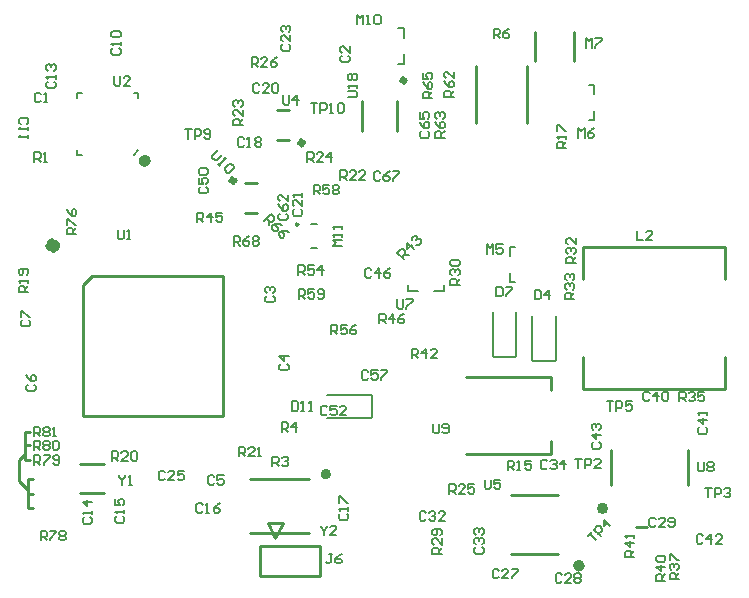
<source format=gto>
G04 Layer_Color=65535*
%FSTAX24Y24*%
%MOIN*%
G70*
G01*
G75*
%ADD50C,0.0100*%
%ADD92C,0.0197*%
%ADD93C,0.0098*%
%ADD94C,0.0394*%
%ADD95C,0.0079*%
%ADD96C,0.0050*%
%ADD97C,0.0059*%
D50*
X018199Y008248D02*
X020167D01*
X018199Y010059D02*
X020167D01*
X0231Y021663D02*
Y022648D01*
X021919Y021663D02*
Y022648D01*
X020528Y006823D02*
Y007823D01*
X018528D02*
X020528D01*
X018528Y006823D02*
Y007823D01*
Y006823D02*
X020528D01*
X018778Y008573D02*
X019028Y008073D01*
X019278Y008573D01*
X018778D02*
X019278D01*
X028238Y013012D02*
Y013465D01*
X025384D02*
X028238D01*
Y010886D02*
Y011339D01*
X025384Y010886D02*
X028238D01*
X030236Y009843D02*
Y011024D01*
X032795Y009843D02*
Y011024D01*
X02689Y007558D02*
X028465D01*
X02689Y009527D02*
X028465D01*
X034016Y016732D02*
Y017795D01*
X029291D02*
X034016D01*
X029291Y016732D02*
Y017795D01*
Y013071D02*
X034016D01*
X029291D02*
Y014134D01*
X034016D02*
X034016Y013071D01*
X019094Y021348D02*
X019488D01*
X019094Y022352D02*
X019488D01*
X012618Y012146D02*
X017303D01*
X012618D02*
Y016535D01*
X012913Y016831D01*
X017303D01*
Y012146D02*
Y016831D01*
X027697Y023986D02*
Y02497D01*
X028996Y023986D02*
Y02497D01*
X025719Y023809D02*
X025719Y021919D01*
X027411D02*
Y023809D01*
X018032Y018907D02*
X018425D01*
X018032Y019911D02*
X018425D01*
X012539Y009587D02*
X013327D01*
X012539Y010571D02*
X013327D01*
X031073Y008445D02*
X031417D01*
X010699Y011624D02*
X010846D01*
X010699Y010689D02*
Y011624D01*
Y010689D02*
X010846D01*
X010699Y011181D02*
X010846D01*
X010502Y010689D02*
X010699Y010886D01*
X010502Y01D02*
Y010689D01*
Y01D02*
X010797Y009705D01*
Y009606D02*
Y009705D01*
Y009606D02*
Y009705D01*
Y009085D02*
Y010059D01*
X010945D01*
X010797Y009567D02*
X010945D01*
X010797Y009085D02*
X010945D01*
D92*
X020797Y010217D02*
G03*
X020797Y010217I-000079J0D01*
G01*
X023346Y023337D02*
G03*
X023346Y023337I-000049J0D01*
G01*
X030034Y009075D02*
G03*
X030034Y009075I-000093J0D01*
G01*
X029252Y007165D02*
G03*
X029252Y007165I-000098J0D01*
G01*
X019961Y02126D02*
G03*
X019961Y02126I-000059J0D01*
G01*
X017677Y02D02*
G03*
X017677Y02I-000059J0D01*
G01*
D93*
X019803Y018543D02*
G03*
X019803Y018543I-000039J0D01*
G01*
D94*
X014685Y020659D02*
G03*
X014685Y020659I-00001J0D01*
G01*
X011663Y017835D02*
G03*
X011663Y017835I-000049J0D01*
G01*
D95*
X020217Y018543D02*
X020413D01*
X020217Y017756D02*
X020413D01*
X027028Y014124D02*
X027067Y014163D01*
X026319Y014124D02*
X027028D01*
X027067Y014163D02*
X027067Y01562D01*
X02628Y014163D02*
Y01562D01*
Y014163D02*
X026319Y014124D01*
X028346Y013996D02*
X028386Y014035D01*
X027638Y013996D02*
X028346Y013996D01*
X028386Y015492D02*
X028386Y014035D01*
X027598D02*
Y015492D01*
Y014035D02*
X027638Y013996D01*
X024644Y016516D02*
X024644Y016336D01*
X024329Y016336D02*
X024644Y016336D01*
X023463Y016336D02*
X023778Y016336D01*
X023463Y016516D02*
X023463Y016336D01*
X026848Y016616D02*
X027028Y016616D01*
X026848Y016616D02*
Y016931D01*
Y017482D02*
Y017797D01*
X027028D01*
X022224Y012077D02*
X022264Y012116D01*
X020768Y012077D02*
X022224D01*
X020768Y012864D02*
X022224D01*
X022264Y012116D02*
Y012825D01*
X022224Y012864D02*
X022264Y012825D01*
X02314Y023906D02*
X023319Y023906D01*
Y024221D01*
Y024772D02*
Y025087D01*
X02314Y025087D02*
X023319Y025087D01*
X029478Y023197D02*
X029658Y023197D01*
Y022882D02*
Y023197D01*
Y022016D02*
Y022331D01*
X029478Y022016D02*
X029658Y022016D01*
D96*
X014311Y020866D02*
X014469Y021024D01*
X014468Y022756D02*
X014469Y022913D01*
X014311Y022913D02*
X014469Y022913D01*
X012421Y022913D02*
X012579Y022913D01*
X012421Y022756D02*
Y022913D01*
Y020866D02*
X012579Y020866D01*
X012421Y020866D02*
Y021024D01*
D97*
X020541Y008494D02*
Y008442D01*
X020646Y008337D01*
X020751Y008442D01*
Y008494D01*
X020646Y008337D02*
Y008179D01*
X021066D02*
X020856D01*
X021066Y008389D01*
Y008442D01*
X021014Y008494D01*
X020909D01*
X020856Y008442D01*
X013829Y010187D02*
Y010134D01*
X013934Y010029D01*
X014039Y010134D01*
Y010187D01*
X013934Y010029D02*
Y009872D01*
X014144D02*
X014249D01*
X014196D01*
Y010187D01*
X014144Y010134D01*
X021447Y022776D02*
X021709D01*
X021762Y022828D01*
Y022933D01*
X021709Y022985D01*
X021447D01*
X021762Y02309D02*
Y023195D01*
Y023143D01*
X021447D01*
X021499Y02309D01*
Y023353D02*
X021447Y023405D01*
Y02351D01*
X021499Y023563D01*
X021552D01*
X021604Y02351D01*
X021657Y023563D01*
X021709D01*
X021762Y02351D01*
Y023405D01*
X021709Y023353D01*
X021657D01*
X021604Y023405D01*
X021552Y023353D01*
X021499D01*
X021604Y023405D02*
Y02351D01*
X019803Y01686D02*
Y017175D01*
X019961D01*
X020013Y017123D01*
Y017018D01*
X019961Y016965D01*
X019803D01*
X019908D02*
X020013Y01686D01*
X020328Y017175D02*
X020118D01*
Y017018D01*
X020223Y01707D01*
X020275D01*
X020328Y017018D01*
Y016913D01*
X020275Y01686D01*
X02017D01*
X020118Y016913D01*
X02059Y01686D02*
Y017175D01*
X020433Y017018D01*
X020643D01*
X02874Y021083D02*
X028425D01*
Y02124D01*
X028478Y021293D01*
X028583D01*
X028635Y02124D01*
Y021083D01*
Y021188D02*
X02874Y021293D01*
Y021398D02*
Y021502D01*
Y02145D01*
X028425D01*
X028478Y021398D01*
X028425Y02166D02*
Y02187D01*
X028478D01*
X028688Y02166D01*
X02874D01*
X02127Y017815D02*
X020955D01*
X02106Y01792D01*
X020955Y018025D01*
X02127D01*
Y01813D02*
Y018235D01*
Y018182D01*
X020955D01*
X021007Y01813D01*
X02127Y018392D02*
Y018497D01*
Y018445D01*
X020955D01*
X021007Y018392D01*
X020928Y007559D02*
X020823D01*
X020876D01*
Y007297D01*
X020823Y007244D01*
X020771D01*
X020719Y007297D01*
X021243Y007559D02*
X021138Y007506D01*
X021033Y007402D01*
Y007297D01*
X021086Y007244D01*
X021191D01*
X021243Y007297D01*
Y007349D01*
X021191Y007402D01*
X021033D01*
X022533Y020262D02*
X02248Y020315D01*
X022375D01*
X022323Y020262D01*
Y020052D01*
X022375Y02D01*
X02248D01*
X022533Y020052D01*
X022848Y020315D02*
X022743Y020262D01*
X022638Y020157D01*
Y020052D01*
X02269Y02D01*
X022795D01*
X022848Y020052D01*
Y020105D01*
X022795Y020157D01*
X022638D01*
X022953Y020315D02*
X023162D01*
Y020262D01*
X022953Y020052D01*
Y02D01*
X023901Y021647D02*
X023849Y021594D01*
Y021489D01*
X023901Y021437D01*
X024111D01*
X024163Y021489D01*
Y021594D01*
X024111Y021647D01*
X023849Y021962D02*
X023901Y021857D01*
X024006Y021752D01*
X024111D01*
X024163Y021804D01*
Y021909D01*
X024111Y021962D01*
X024058D01*
X024006Y021909D01*
Y021752D01*
X023849Y022277D02*
Y022067D01*
X024006D01*
X023953Y022172D01*
Y022224D01*
X024006Y022277D01*
X024111D01*
X024163Y022224D01*
Y022119D01*
X024111Y022067D01*
X024291Y011899D02*
Y011637D01*
X024344Y011585D01*
X024449D01*
X024501Y011637D01*
Y011899D01*
X024606Y011637D02*
X024659Y011585D01*
X024764D01*
X024816Y011637D01*
Y011847D01*
X024764Y011899D01*
X024659D01*
X024606Y011847D01*
Y011795D01*
X024659Y011742D01*
X024816D01*
X026398Y016457D02*
Y016142D01*
X026555D01*
X026608Y016194D01*
Y016404D01*
X026555Y016457D01*
X026398D01*
X026713D02*
X026922D01*
Y016404D01*
X026713Y016194D01*
Y016142D01*
X027677Y016358D02*
Y016043D01*
X027835D01*
X027887Y016096D01*
Y016306D01*
X027835Y016358D01*
X027677D01*
X028149Y016043D02*
Y016358D01*
X027992Y016201D01*
X028202D01*
X020217Y022579D02*
X020426D01*
X020321D01*
Y022264D01*
X020531D02*
Y022579D01*
X020689D01*
X020741Y022526D01*
Y022421D01*
X020689Y022369D01*
X020531D01*
X020846Y022264D02*
X020951D01*
X020899D01*
Y022579D01*
X020846Y022526D01*
X021109D02*
X021161Y022579D01*
X021266D01*
X021319Y022526D01*
Y022316D01*
X021266Y022264D01*
X021161D01*
X021109Y022316D01*
Y022526D01*
X030079Y012648D02*
X030289D01*
X030184D01*
Y012333D01*
X030394D02*
Y012648D01*
X030551D01*
X030604Y012595D01*
Y01249D01*
X030551Y012438D01*
X030394D01*
X030918Y012648D02*
X030708D01*
Y01249D01*
X030813Y012543D01*
X030866D01*
X030918Y01249D01*
Y012385D01*
X030866Y012333D01*
X030761D01*
X030708Y012385D01*
X029453Y008155D02*
X029595Y008296D01*
X029524Y008226D01*
X029736Y008014D01*
X029877Y008155D02*
X029665Y008367D01*
X029771Y008473D01*
X029842Y008473D01*
X029913Y008402D01*
Y008332D01*
X029807Y008226D01*
X030196Y008473D02*
X029983Y008685D01*
X029983Y008473D01*
X030125Y008614D01*
X033366Y009764D02*
X033576D01*
X033471D01*
Y009449D01*
X033681D02*
Y009764D01*
X033838D01*
X033891Y009711D01*
Y009606D01*
X033838Y009554D01*
X033681D01*
X033996Y009711D02*
X034048Y009764D01*
X034153D01*
X034206Y009711D01*
Y009659D01*
X034153Y009606D01*
X034101D01*
X034153D01*
X034206Y009554D01*
Y009501D01*
X034153Y009449D01*
X034048D01*
X033996Y009501D01*
X029035Y010738D02*
X029245D01*
X02914D01*
Y010423D01*
X02935D02*
Y010738D01*
X029508D01*
X02956Y010686D01*
Y010581D01*
X029508Y010528D01*
X02935D01*
X029875Y010423D02*
X029665D01*
X029875Y010633D01*
Y010686D01*
X029823Y010738D01*
X029718D01*
X029665Y010686D01*
X016033Y021713D02*
X016243D01*
X016138D01*
Y021398D01*
X016348D02*
Y021713D01*
X016506D01*
X016558Y02166D01*
Y021555D01*
X016506Y021503D01*
X016348D01*
X016663Y02145D02*
X016716Y021398D01*
X016821D01*
X016873Y02145D01*
Y02166D01*
X016821Y021713D01*
X016716D01*
X016663Y02166D01*
Y021608D01*
X016716Y021555D01*
X016873D01*
X03312Y01063D02*
Y010367D01*
X033173Y010315D01*
X033278D01*
X03333Y010367D01*
Y01063D01*
X033435Y010577D02*
X033487Y01063D01*
X033592D01*
X033645Y010577D01*
Y010525D01*
X033592Y010472D01*
X033645Y01042D01*
Y010367D01*
X033592Y010315D01*
X033487D01*
X033435Y010367D01*
Y01042D01*
X033487Y010472D01*
X033435Y010525D01*
Y010577D01*
X033487Y010472D02*
X033592D01*
X023091Y016053D02*
Y015791D01*
X023143Y015738D01*
X023248D01*
X0233Y015791D01*
Y016053D01*
X023405D02*
X023615D01*
Y016001D01*
X023405Y015791D01*
Y015738D01*
X026014Y010039D02*
Y009777D01*
X026066Y009724D01*
X026171D01*
X026224Y009777D01*
Y010039D01*
X026539D02*
X026329D01*
Y009882D01*
X026434Y009934D01*
X026486D01*
X026539Y009882D01*
Y009777D01*
X026486Y009724D01*
X026381D01*
X026329Y009777D01*
X0225Y015246D02*
Y015561D01*
X022657D01*
X02271Y015508D01*
Y015403D01*
X022657Y015351D01*
X0225D01*
X022605D02*
X02271Y015246D01*
X022972D02*
Y015561D01*
X022815Y015403D01*
X023025D01*
X02334Y015561D02*
X023235Y015508D01*
X02313Y015403D01*
Y015299D01*
X023182Y015246D01*
X023287D01*
X02334Y015299D01*
Y015351D01*
X023287Y015403D01*
X02313D01*
X016427Y018622D02*
Y018937D01*
X016585D01*
X016637Y018884D01*
Y018779D01*
X016585Y018727D01*
X016427D01*
X016532D02*
X016637Y018622D01*
X016899D02*
Y018937D01*
X016742Y018779D01*
X016952D01*
X017267Y018937D02*
X017057D01*
Y018779D01*
X017162Y018832D01*
X017214D01*
X017267Y018779D01*
Y018675D01*
X017214Y018622D01*
X017109D01*
X017057Y018675D01*
X023327Y017382D02*
X023104Y017605D01*
X023215Y017716D01*
X02329D01*
X023364Y017642D01*
X023364Y017567D01*
X023253Y017456D01*
X023327Y01753D02*
X023475D01*
X023661Y017716D02*
X023438Y017938D01*
X023438Y017716D01*
X023587Y017864D01*
Y018013D02*
X023587Y018087D01*
X023661Y018161D01*
X023735D01*
X023772Y018124D01*
Y01805D01*
X023735Y018013D01*
X023772Y01805D01*
X023846Y01805D01*
X023883Y018013D01*
X023883Y017938D01*
X023809Y017864D01*
X023735D01*
X023583Y014085D02*
Y014399D01*
X02374D01*
X023793Y014347D01*
Y014242D01*
X02374Y01419D01*
X023583D01*
X023688D02*
X023793Y014085D01*
X024055D02*
Y014399D01*
X023898Y014242D01*
X024107D01*
X024422Y014085D02*
X024212D01*
X024422Y014295D01*
Y014347D01*
X02437Y014399D01*
X024265D01*
X024212Y014347D01*
X031004Y007461D02*
X030689D01*
Y007618D01*
X030742Y007671D01*
X030847D01*
X030899Y007618D01*
Y007461D01*
Y007566D02*
X031004Y007671D01*
Y007933D02*
X030689D01*
X030847Y007775D01*
Y007985D01*
X031004Y00809D02*
Y008195D01*
Y008143D01*
X030689D01*
X030742Y00809D01*
X032037Y006663D02*
X031723D01*
Y006821D01*
X031775Y006873D01*
X03188D01*
X031932Y006821D01*
Y006663D01*
Y006768D02*
X032037Y006873D01*
Y007136D02*
X031723D01*
X03188Y006978D01*
Y007188D01*
X031775Y007293D02*
X031723Y007346D01*
Y007451D01*
X031775Y007503D01*
X031985D01*
X032037Y007451D01*
Y007346D01*
X031985Y007293D01*
X031775D01*
X03249Y006713D02*
X032175D01*
Y00687D01*
X032228Y006923D01*
X032333D01*
X032385Y00687D01*
Y006713D01*
Y006818D02*
X03249Y006923D01*
X032228Y007027D02*
X032175Y00708D01*
Y007185D01*
X032228Y007237D01*
X03228D01*
X032333Y007185D01*
Y007132D01*
Y007185D01*
X032385Y007237D01*
X032438D01*
X03249Y007185D01*
Y00708D01*
X032438Y007027D01*
X032175Y007342D02*
Y007552D01*
X032228D01*
X032438Y007342D01*
X03249D01*
X0325Y012648D02*
Y012962D01*
X032657D01*
X03271Y01291D01*
Y012805D01*
X032657Y012753D01*
X0325D01*
X032605D02*
X03271Y012648D01*
X032815Y01291D02*
X032867Y012962D01*
X032972D01*
X033025Y01291D01*
Y012858D01*
X032972Y012805D01*
X03292D01*
X032972D01*
X033025Y012753D01*
Y0127D01*
X032972Y012648D01*
X032867D01*
X032815Y0127D01*
X03334Y012962D02*
X03313D01*
Y012805D01*
X033235Y012858D01*
X033287D01*
X03334Y012805D01*
Y0127D01*
X033287Y012648D01*
X033182D01*
X03313Y0127D01*
X029006Y016053D02*
X028691D01*
Y016211D01*
X028744Y016263D01*
X028848D01*
X028901Y016211D01*
Y016053D01*
Y016158D02*
X029006Y016263D01*
X028744Y016368D02*
X028691Y01642D01*
Y016525D01*
X028744Y016578D01*
X028796D01*
X028848Y016525D01*
Y016473D01*
Y016525D01*
X028901Y016578D01*
X028953D01*
X029006Y016525D01*
Y01642D01*
X028953Y016368D01*
X028744Y016683D02*
X028691Y016735D01*
Y01684D01*
X028744Y016893D01*
X028796D01*
X028848Y01684D01*
Y016788D01*
Y01684D01*
X028901Y016893D01*
X028953D01*
X029006Y01684D01*
Y016735D01*
X028953Y016683D01*
X029055Y017244D02*
X02874D01*
Y017402D01*
X028793Y017454D01*
X028898D01*
X02895Y017402D01*
Y017244D01*
Y017349D02*
X029055Y017454D01*
X028793Y017559D02*
X02874Y017611D01*
Y017716D01*
X028793Y017769D01*
X028845D01*
X028898Y017716D01*
Y017664D01*
Y017716D01*
X02895Y017769D01*
X029003D01*
X029055Y017716D01*
Y017611D01*
X029003Y017559D01*
X029055Y018084D02*
Y017874D01*
X028845Y018084D01*
X028793D01*
X02874Y018031D01*
Y017926D01*
X028793Y017874D01*
X025187Y016526D02*
X024872D01*
Y016683D01*
X024925Y016736D01*
X02503D01*
X025082Y016683D01*
Y016526D01*
Y016631D02*
X025187Y016736D01*
X024925Y01684D02*
X024872Y016893D01*
Y016998D01*
X024925Y01705D01*
X024977D01*
X02503Y016998D01*
Y016945D01*
Y016998D01*
X025082Y01705D01*
X025135D01*
X025187Y016998D01*
Y016893D01*
X025135Y01684D01*
X024925Y017155D02*
X024872Y017208D01*
Y017313D01*
X024925Y017365D01*
X025135D01*
X025187Y017313D01*
Y017208D01*
X025135Y017155D01*
X024925D01*
X024587Y007549D02*
X024272D01*
Y007707D01*
X024324Y007759D01*
X024429D01*
X024482Y007707D01*
Y007549D01*
Y007654D02*
X024587Y007759D01*
Y008074D02*
Y007864D01*
X024377Y008074D01*
X024324D01*
X024272Y008022D01*
Y007917D01*
X024324Y007864D01*
X024534Y008179D02*
X024587Y008231D01*
Y008336D01*
X024534Y008389D01*
X024324D01*
X024272Y008336D01*
Y008231D01*
X024324Y008179D01*
X024377D01*
X024429Y008231D01*
Y008389D01*
X024833Y009567D02*
Y009882D01*
X02499D01*
X025043Y009829D01*
Y009724D01*
X02499Y009672D01*
X024833D01*
X024938D02*
X025043Y009567D01*
X025357D02*
X025148D01*
X025357Y009777D01*
Y009829D01*
X025305Y009882D01*
X0252D01*
X025148Y009829D01*
X025672Y009882D02*
X025462D01*
Y009724D01*
X025567Y009777D01*
X02562D01*
X025672Y009724D01*
Y009619D01*
X02562Y009567D01*
X025515D01*
X025462Y009619D01*
X026781Y010354D02*
Y010669D01*
X026939D01*
X026991Y010617D01*
Y010512D01*
X026939Y010459D01*
X026781D01*
X026886D02*
X026991Y010354D01*
X027096D02*
X027201D01*
X027149D01*
Y010669D01*
X027096Y010617D01*
X027569Y010669D02*
X027359D01*
Y010512D01*
X027464Y010564D01*
X027516D01*
X027569Y010512D01*
Y010407D01*
X027516Y010354D01*
X027411D01*
X027359Y010407D01*
X026093Y017559D02*
Y017874D01*
X026197Y017769D01*
X026302Y017874D01*
Y017559D01*
X026617Y017874D02*
X026407D01*
Y017716D01*
X026512Y017769D01*
X026565D01*
X026617Y017716D01*
Y017612D01*
X026565Y017559D01*
X02646D01*
X026407Y017612D01*
X031083Y018327D02*
Y018012D01*
X031293D01*
X031607D02*
X031398D01*
X031607Y018222D01*
Y018274D01*
X031555Y018327D01*
X03145D01*
X031398Y018274D01*
X02076Y012445D02*
X020708Y012497D01*
X020603D01*
X02055Y012445D01*
Y012235D01*
X020603Y012183D01*
X020708D01*
X02076Y012235D01*
X021075Y012497D02*
X020865D01*
Y01234D01*
X02097Y012392D01*
X021023D01*
X021075Y01234D01*
Y012235D01*
X021023Y012183D01*
X020918D01*
X020865Y012235D01*
X02139Y012183D02*
X02118D01*
X02139Y012392D01*
Y012445D01*
X021337Y012497D01*
X021233D01*
X02118Y012445D01*
X016529Y019787D02*
X016476Y019734D01*
Y019629D01*
X016529Y019577D01*
X016739D01*
X016791Y019629D01*
Y019734D01*
X016739Y019787D01*
X016476Y020102D02*
Y019892D01*
X016634D01*
X016581Y019997D01*
Y020049D01*
X016634Y020102D01*
X016739D01*
X016791Y020049D01*
Y019944D01*
X016739Y019892D01*
X016529Y020206D02*
X016476Y020259D01*
Y020364D01*
X016529Y020416D01*
X016739D01*
X016791Y020364D01*
Y020259D01*
X016739Y020206D01*
X016529D01*
X022237Y017034D02*
X022185Y017087D01*
X02208D01*
X022028Y017034D01*
Y016824D01*
X02208Y016772D01*
X022185D01*
X022237Y016824D01*
X0225Y016772D02*
Y017087D01*
X022342Y016929D01*
X022552D01*
X022867Y017087D02*
X022762Y017034D01*
X022657Y016929D01*
Y016824D01*
X02271Y016772D01*
X022815D01*
X022867Y016824D01*
Y016877D01*
X022815Y016929D01*
X022657D01*
X029629Y011273D02*
X029577Y01122D01*
Y011115D01*
X029629Y011063D01*
X029839D01*
X029892Y011115D01*
Y01122D01*
X029839Y011273D01*
X029892Y011535D02*
X029577D01*
X029734Y011378D01*
Y011588D01*
X029629Y011693D02*
X029577Y011745D01*
Y01185D01*
X029629Y011903D01*
X029682D01*
X029734Y01185D01*
Y011798D01*
Y01185D01*
X029787Y011903D01*
X029839D01*
X029892Y01185D01*
Y011745D01*
X029839Y011693D01*
X033291Y008156D02*
X033238Y008209D01*
X033133D01*
X033081Y008156D01*
Y007946D01*
X033133Y007894D01*
X033238D01*
X033291Y007946D01*
X033553Y007894D02*
Y008209D01*
X033396Y008051D01*
X033605D01*
X03392Y007894D02*
X03371D01*
X03392Y008104D01*
Y008156D01*
X033868Y008209D01*
X033763D01*
X03371Y008156D01*
X033173Y011775D02*
X03312Y011722D01*
Y011617D01*
X033173Y011565D01*
X033383D01*
X033435Y011617D01*
Y011722D01*
X033383Y011775D01*
X033435Y012037D02*
X03312D01*
X033278Y01188D01*
Y01209D01*
X033435Y012195D02*
Y0123D01*
Y012247D01*
X03312D01*
X033173Y012195D01*
X031509Y01292D02*
X031457Y012972D01*
X031352D01*
X031299Y01292D01*
Y01271D01*
X031352Y012657D01*
X031457D01*
X031509Y01271D01*
X031772Y012657D02*
Y012972D01*
X031614Y012815D01*
X031824D01*
X031929Y01292D02*
X031981Y012972D01*
X032086D01*
X032139Y01292D01*
Y01271D01*
X032086Y012657D01*
X031981D01*
X031929Y01271D01*
Y01292D01*
X025722Y007779D02*
X025669Y007726D01*
Y007621D01*
X025722Y007569D01*
X025932D01*
X025984Y007621D01*
Y007726D01*
X025932Y007779D01*
X025722Y007884D02*
X025669Y007936D01*
Y008041D01*
X025722Y008094D01*
X025774D01*
X025827Y008041D01*
Y007989D01*
Y008041D01*
X025879Y008094D01*
X025932D01*
X025984Y008041D01*
Y007936D01*
X025932Y007884D01*
X025722Y008199D02*
X025669Y008251D01*
Y008356D01*
X025722Y008409D01*
X025774D01*
X025827Y008356D01*
Y008304D01*
Y008356D01*
X025879Y008409D01*
X025932D01*
X025984Y008356D01*
Y008251D01*
X025932Y008199D01*
X024058Y008934D02*
X024006Y008986D01*
X023901D01*
X023848Y008934D01*
Y008724D01*
X023901Y008671D01*
X024006D01*
X024058Y008724D01*
X024163Y008934D02*
X024216Y008986D01*
X024321D01*
X024373Y008934D01*
Y008881D01*
X024321Y008829D01*
X024268D01*
X024321D01*
X024373Y008776D01*
Y008724D01*
X024321Y008671D01*
X024216D01*
X024163Y008724D01*
X024688Y008671D02*
X024478D01*
X024688Y008881D01*
Y008934D01*
X024636Y008986D01*
X024531D01*
X024478Y008934D01*
X031716Y008717D02*
X031663Y00877D01*
X031558D01*
X031506Y008717D01*
Y008507D01*
X031558Y008455D01*
X031663D01*
X031716Y008507D01*
X032031Y008455D02*
X031821D01*
X032031Y008665D01*
Y008717D01*
X031978Y00877D01*
X031873D01*
X031821Y008717D01*
X032136Y008507D02*
X032188Y008455D01*
X032293D01*
X032346Y008507D01*
Y008717D01*
X032293Y00877D01*
X032188D01*
X032136Y008717D01*
Y008665D01*
X032188Y008612D01*
X032346D01*
X028586Y006857D02*
X028533Y006909D01*
X028428D01*
X028376Y006857D01*
Y006647D01*
X028428Y006594D01*
X028533D01*
X028586Y006647D01*
X028901Y006594D02*
X028691D01*
X028901Y006804D01*
Y006857D01*
X028848Y006909D01*
X028743D01*
X028691Y006857D01*
X029006D02*
X029058Y006909D01*
X029163D01*
X029216Y006857D01*
Y006804D01*
X029163Y006752D01*
X029216Y006699D01*
Y006647D01*
X029163Y006594D01*
X029058D01*
X029006Y006647D01*
Y006699D01*
X029058Y006752D01*
X029006Y006804D01*
Y006857D01*
X029058Y006752D02*
X029163D01*
X026489Y007005D02*
X026437Y007057D01*
X026332D01*
X02628Y007005D01*
Y006795D01*
X026332Y006742D01*
X026437D01*
X026489Y006795D01*
X026804Y006742D02*
X026594D01*
X026804Y006952D01*
Y007005D01*
X026752Y007057D01*
X026647D01*
X026594Y007005D01*
X026909Y007057D02*
X027119D01*
Y007005D01*
X026909Y006795D01*
Y006742D01*
X019291Y022844D02*
Y022582D01*
X019344Y02253D01*
X019449D01*
X019501Y022582D01*
Y022844D01*
X019764Y02253D02*
Y022844D01*
X019606Y022687D01*
X019816D01*
X013661Y023484D02*
Y023222D01*
X013714Y023169D01*
X013819D01*
X013871Y023222D01*
Y023484D01*
X014186Y023169D02*
X013976D01*
X014186Y023379D01*
Y023432D01*
X014134Y023484D01*
X014029D01*
X013976Y023432D01*
X01378Y018366D02*
Y018104D01*
X013832Y018051D01*
X013937D01*
X013989Y018104D01*
Y018366D01*
X014094Y018051D02*
X014199D01*
X014147D01*
Y018366D01*
X014094Y018314D01*
X020098Y02063D02*
Y020945D01*
X020256D01*
X020308Y020892D01*
Y020787D01*
X020256Y020735D01*
X020098D01*
X020203D02*
X020308Y02063D01*
X020623D02*
X020413D01*
X020623Y02084D01*
Y020892D01*
X020571Y020945D01*
X020466D01*
X020413Y020892D01*
X020886Y02063D02*
Y020945D01*
X020728Y020787D01*
X020938D01*
X021201Y02003D02*
Y020344D01*
X021358D01*
X021411Y020292D01*
Y020187D01*
X021358Y020134D01*
X021201D01*
X021306D02*
X021411Y02003D01*
X021726D02*
X021516D01*
X021726Y020239D01*
Y020292D01*
X021673Y020344D01*
X021568D01*
X021516Y020292D01*
X02204Y02003D02*
X02183D01*
X02204Y020239D01*
Y020292D01*
X021988Y020344D01*
X021883D01*
X02183Y020292D01*
X017825Y010807D02*
Y011122D01*
X017982D01*
X018035Y011069D01*
Y010965D01*
X017982Y010912D01*
X017825D01*
X01793D02*
X018035Y010807D01*
X01835D02*
X01814D01*
X01835Y011017D01*
Y011069D01*
X018297Y011122D01*
X018192D01*
X01814Y011069D01*
X018455Y010807D02*
X018559D01*
X018507D01*
Y011122D01*
X018455Y011069D01*
X013593Y010659D02*
Y010974D01*
X01375D01*
X013802Y010922D01*
Y010817D01*
X01375Y010764D01*
X013593D01*
X013697D02*
X013802Y010659D01*
X014117D02*
X013907D01*
X014117Y010869D01*
Y010922D01*
X014065Y010974D01*
X01396D01*
X013907Y010922D01*
X014222D02*
X014275Y010974D01*
X01438D01*
X014432Y010922D01*
Y010712D01*
X01438Y010659D01*
X014275D01*
X014222Y010712D01*
Y010922D01*
X010797Y01628D02*
X010482D01*
Y016437D01*
X010535Y016489D01*
X01064D01*
X010692Y016437D01*
Y01628D01*
Y016384D02*
X010797Y016489D01*
Y016594D02*
Y016699D01*
Y016647D01*
X010482D01*
X010535Y016594D01*
X010745Y016857D02*
X010797Y016909D01*
Y017014D01*
X010745Y017067D01*
X010535D01*
X010482Y017014D01*
Y016909D01*
X010535Y016857D01*
X010587D01*
X01064Y016909D01*
Y017067D01*
X019242Y011634D02*
Y011949D01*
X0194D01*
X019452Y011896D01*
Y011791D01*
X0194Y011739D01*
X019242D01*
X019347D02*
X019452Y011634D01*
X019714D02*
Y011949D01*
X019557Y011791D01*
X019767D01*
X018937Y010482D02*
Y010797D01*
X019094D01*
X019147Y010745D01*
Y01064D01*
X019094Y010587D01*
X018937D01*
X019042D02*
X019147Y010482D01*
X019252Y010745D02*
X019304Y010797D01*
X019409D01*
X019462Y010745D01*
Y010692D01*
X019409Y01064D01*
X019357D01*
X019409D01*
X019462Y010587D01*
Y010535D01*
X019409Y010482D01*
X019304D01*
X019252Y010535D01*
X011004Y02063D02*
Y020945D01*
X011161D01*
X011214Y020892D01*
Y020787D01*
X011161Y020735D01*
X011004D01*
X011109D02*
X011214Y02063D01*
X011319D02*
X011424D01*
X011371D01*
Y020945D01*
X011319Y020892D01*
X019669Y019048D02*
X019616Y018996D01*
Y018891D01*
X019669Y018839D01*
X019879D01*
X019931Y018891D01*
Y018996D01*
X019879Y019048D01*
X019931Y019363D02*
Y019153D01*
X019721Y019363D01*
X019669D01*
X019616Y019311D01*
Y019206D01*
X019669Y019153D01*
X019931Y019468D02*
Y019573D01*
Y019521D01*
X019616D01*
X019669Y019468D01*
X018507Y023195D02*
X018455Y023248D01*
X01835D01*
X018297Y023195D01*
Y022986D01*
X01835Y022933D01*
X018455D01*
X018507Y022986D01*
X018822Y022933D02*
X018612D01*
X018822Y023143D01*
Y023195D01*
X01877Y023248D01*
X018665D01*
X018612Y023195D01*
X018927D02*
X018979Y023248D01*
X019084D01*
X019137Y023195D01*
Y022986D01*
X019084Y022933D01*
X018979D01*
X018927Y022986D01*
Y023195D01*
X017995Y021394D02*
X017943Y021447D01*
X017838D01*
X017785Y021394D01*
Y021184D01*
X017838Y021132D01*
X017943D01*
X017995Y021184D01*
X0181Y021132D02*
X018205D01*
X018153D01*
Y021447D01*
X0181Y021394D01*
X018363D02*
X018415Y021447D01*
X01852D01*
X018573Y021394D01*
Y021342D01*
X01852Y021289D01*
X018573Y021237D01*
Y021184D01*
X01852Y021132D01*
X018415D01*
X018363Y021184D01*
Y021237D01*
X018415Y021289D01*
X018363Y021342D01*
Y021394D01*
X018415Y021289D02*
X01852D01*
X021204Y008901D02*
X021152Y008848D01*
Y008743D01*
X021204Y008691D01*
X021414D01*
X021467Y008743D01*
Y008848D01*
X021414Y008901D01*
X021467Y009006D02*
Y009111D01*
Y009058D01*
X021152D01*
X021204Y009006D01*
X021152Y009268D02*
Y009478D01*
X021204D01*
X021414Y009268D01*
X021467D01*
X016608Y00919D02*
X016555Y009242D01*
X01645D01*
X016398Y00919D01*
Y00898D01*
X01645Y008927D01*
X016555D01*
X016608Y00898D01*
X016712Y008927D02*
X016817D01*
X016765D01*
Y009242D01*
X016712Y00919D01*
X017185Y009242D02*
X01708Y00919D01*
X016975Y009085D01*
Y00898D01*
X017027Y008927D01*
X017132D01*
X017185Y00898D01*
Y009032D01*
X017132Y009085D01*
X016975D01*
X013744Y008812D02*
X013691Y00876D01*
Y008655D01*
X013744Y008602D01*
X013953D01*
X014006Y008655D01*
Y00876D01*
X013953Y008812D01*
X014006Y008917D02*
Y009022D01*
Y00897D01*
X013691D01*
X013744Y008917D01*
X013691Y00939D02*
Y00918D01*
X013848D01*
X013796Y009285D01*
Y009337D01*
X013848Y00939D01*
X013953D01*
X014006Y009337D01*
Y009232D01*
X013953Y00918D01*
X012661Y008773D02*
X012608Y00872D01*
Y008615D01*
X012661Y008563D01*
X012871D01*
X012923Y008615D01*
Y00872D01*
X012871Y008773D01*
X012923Y008878D02*
Y008983D01*
Y00893D01*
X012608D01*
X012661Y008878D01*
X012923Y009298D02*
X012608D01*
X012766Y00914D01*
Y00935D01*
X01145Y0233D02*
X011398Y023248D01*
Y023143D01*
X01145Y023091D01*
X01166D01*
X011713Y023143D01*
Y023248D01*
X01166Y0233D01*
X011713Y023405D02*
Y02351D01*
Y023458D01*
X011398D01*
X01145Y023405D01*
Y023668D02*
X011398Y02372D01*
Y023825D01*
X01145Y023878D01*
X011503D01*
X011555Y023825D01*
Y023773D01*
Y023825D01*
X011608Y023878D01*
X01166D01*
X011713Y023825D01*
Y02372D01*
X01166Y023668D01*
X010545Y021887D02*
X010492Y021939D01*
Y022044D01*
X010545Y022096D01*
X010755D01*
X010807Y022044D01*
Y021939D01*
X010755Y021887D01*
X010807Y021782D02*
Y021677D01*
Y021729D01*
X010492D01*
X010545Y021782D01*
X010807Y021519D02*
Y021414D01*
Y021467D01*
X010492D01*
X010545Y021519D01*
X010604Y015358D02*
X010551Y015305D01*
Y0152D01*
X010604Y015148D01*
X010814D01*
X010866Y0152D01*
Y015305D01*
X010814Y015358D01*
X010551Y015462D02*
Y015672D01*
X010604D01*
X010814Y015462D01*
X010866D01*
X010781Y013202D02*
X010728Y01315D01*
Y013045D01*
X010781Y012992D01*
X010991D01*
X011043Y013045D01*
Y01315D01*
X010991Y013202D01*
X010728Y013517D02*
X010781Y013412D01*
X010886Y013307D01*
X010991D01*
X011043Y013359D01*
Y013464D01*
X010991Y013517D01*
X010938D01*
X010886Y013464D01*
Y013307D01*
X017001Y010125D02*
X016949Y010177D01*
X016844D01*
X016791Y010125D01*
Y009915D01*
X016844Y009862D01*
X016949D01*
X017001Y009915D01*
X017316Y010177D02*
X017106D01*
Y01002D01*
X017211Y010072D01*
X017264D01*
X017316Y01002D01*
Y009915D01*
X017264Y009862D01*
X017159D01*
X017106Y009915D01*
X019216Y013891D02*
X019163Y013839D01*
Y013734D01*
X019216Y013681D01*
X019426D01*
X019478Y013734D01*
Y013839D01*
X019426Y013891D01*
X019478Y014153D02*
X019163D01*
X019321Y013996D01*
Y014206D01*
X018753Y016155D02*
X018701Y016102D01*
Y015997D01*
X018753Y015945D01*
X018963D01*
X019016Y015997D01*
Y016102D01*
X018963Y016155D01*
X018753Y01626D02*
X018701Y016312D01*
Y016417D01*
X018753Y01647D01*
X018806D01*
X018858Y016417D01*
Y016365D01*
Y016417D01*
X018911Y01647D01*
X018963D01*
X019016Y016417D01*
Y016312D01*
X018963Y01626D01*
X021253Y024167D02*
X021201Y024114D01*
Y024009D01*
X021253Y023957D01*
X021463D01*
X021516Y024009D01*
Y024114D01*
X021463Y024167D01*
X021516Y024481D02*
Y024272D01*
X021306Y024481D01*
X021253D01*
X021201Y024429D01*
Y024324D01*
X021253Y024272D01*
X011224Y02288D02*
X011171Y022933D01*
X011066D01*
X011014Y02288D01*
Y022671D01*
X011066Y022618D01*
X011171D01*
X011224Y022671D01*
X011329Y022618D02*
X011434D01*
X011381D01*
Y022933D01*
X011329Y02288D01*
X019275Y024541D02*
X019223Y024488D01*
Y024383D01*
X019275Y024331D01*
X019485D01*
X019537Y024383D01*
Y024488D01*
X019485Y024541D01*
X019537Y024855D02*
Y024646D01*
X019327Y024855D01*
X019275D01*
X019223Y024803D01*
Y024698D01*
X019275Y024646D01*
Y02496D02*
X019223Y025013D01*
Y025118D01*
X019275Y02517D01*
X019327D01*
X01938Y025118D01*
Y025065D01*
Y025118D01*
X019432Y02517D01*
X019485D01*
X019537Y025118D01*
Y025013D01*
X019485Y02496D01*
X018248Y023799D02*
Y024114D01*
X018405D01*
X018458Y024062D01*
Y023957D01*
X018405Y023904D01*
X018248D01*
X018353D02*
X018458Y023799D01*
X018773D02*
X018563D01*
X018773Y024009D01*
Y024062D01*
X01872Y024114D01*
X018615D01*
X018563Y024062D01*
X019088Y024114D02*
X018983Y024062D01*
X018878Y023957D01*
Y023852D01*
X01893Y023799D01*
X019035D01*
X019088Y023852D01*
Y023904D01*
X019035Y023957D01*
X018878D01*
X015358Y010282D02*
X015305Y010335D01*
X0152D01*
X015148Y010282D01*
Y010072D01*
X0152Y01002D01*
X015305D01*
X015358Y010072D01*
X015672Y01002D02*
X015462D01*
X015672Y01023D01*
Y010282D01*
X01562Y010335D01*
X015515D01*
X015462Y010282D01*
X015987Y010335D02*
X015777D01*
Y010177D01*
X015882Y01023D01*
X015935D01*
X015987Y010177D01*
Y010072D01*
X015935Y01002D01*
X01583D01*
X015777Y010072D01*
X013616Y024413D02*
X013563Y02436D01*
Y024255D01*
X013616Y024203D01*
X013825D01*
X013878Y024255D01*
Y02436D01*
X013825Y024413D01*
X013878Y024518D02*
Y024623D01*
Y02457D01*
X013563D01*
X013616Y024518D01*
Y02478D02*
X013563Y024832D01*
Y024937D01*
X013616Y02499D01*
X013825D01*
X013878Y024937D01*
Y024832D01*
X013825Y02478D01*
X013616D01*
X017953Y021841D02*
X017638D01*
Y021998D01*
X01769Y02205D01*
X017795D01*
X017848Y021998D01*
Y021841D01*
Y021946D02*
X017953Y02205D01*
Y022365D02*
Y022155D01*
X017743Y022365D01*
X01769D01*
X017638Y022313D01*
Y022208D01*
X01769Y022155D01*
Y02247D02*
X017638Y022523D01*
Y022628D01*
X01769Y02268D01*
X017743D01*
X017795Y022628D01*
Y022575D01*
Y022628D01*
X017848Y02268D01*
X0179D01*
X017953Y022628D01*
Y022523D01*
X0179Y02247D01*
X022129Y013629D02*
X022077Y013681D01*
X021972D01*
X021919Y013629D01*
Y013419D01*
X021972Y013366D01*
X022077D01*
X022129Y013419D01*
X022444Y013681D02*
X022234D01*
Y013524D01*
X022339Y013576D01*
X022392D01*
X022444Y013524D01*
Y013419D01*
X022392Y013366D01*
X022287D01*
X022234Y013419D01*
X022549Y013681D02*
X022759D01*
Y013629D01*
X022549Y013419D01*
Y013366D01*
X019587Y012648D02*
Y012333D01*
X019744D01*
X019797Y012385D01*
Y012595D01*
X019744Y012648D01*
X019587D01*
X019901Y012333D02*
X020006D01*
X019954D01*
Y012648D01*
X019901Y012595D01*
X020164Y012333D02*
X020269D01*
X020216D01*
Y012648D01*
X020164Y012595D01*
X020896Y014882D02*
Y015197D01*
X021053D01*
X021106Y015144D01*
Y015039D01*
X021053Y014987D01*
X020896D01*
X021001D02*
X021106Y014882D01*
X02142Y015197D02*
X021211D01*
Y015039D01*
X021315Y015092D01*
X021368D01*
X02142Y015039D01*
Y014934D01*
X021368Y014882D01*
X021263D01*
X021211Y014934D01*
X021735Y015197D02*
X02163Y015144D01*
X021525Y015039D01*
Y014934D01*
X021578Y014882D01*
X021683D01*
X021735Y014934D01*
Y014987D01*
X021683Y015039D01*
X021525D01*
X02939Y024439D02*
Y024754D01*
X029495Y024649D01*
X0296Y024754D01*
Y024439D01*
X029705Y024754D02*
X029915D01*
Y024701D01*
X029705Y024491D01*
Y024439D01*
X021762Y025217D02*
Y025531D01*
X021867Y025426D01*
X021972Y025531D01*
Y025217D01*
X022077D02*
X022182D01*
X022129D01*
Y025531D01*
X022077Y025479D01*
X022339D02*
X022392Y025531D01*
X022496D01*
X022549Y025479D01*
Y025269D01*
X022496Y025217D01*
X022392D01*
X022339Y025269D01*
Y025479D01*
X020315Y019547D02*
Y019862D01*
X020472D01*
X020525Y01981D01*
Y019705D01*
X020472Y019652D01*
X020315D01*
X02042D02*
X020525Y019547D01*
X02084Y019862D02*
X02063D01*
Y019705D01*
X020735Y019757D01*
X020787D01*
X02084Y019705D01*
Y0196D01*
X020787Y019547D01*
X020682D01*
X02063Y0196D01*
X020945Y01981D02*
X020997Y019862D01*
X021102D01*
X021155Y01981D01*
Y019757D01*
X021102Y019705D01*
X021155Y019652D01*
Y0196D01*
X021102Y019547D01*
X020997D01*
X020945Y0196D01*
Y019652D01*
X020997Y019705D01*
X020945Y019757D01*
Y01981D01*
X020997Y019705D02*
X021102D01*
X019813Y016063D02*
Y016378D01*
X01997D01*
X020023Y016325D01*
Y01622D01*
X01997Y016168D01*
X019813D01*
X019918D02*
X020023Y016063D01*
X020338Y016378D02*
X020128D01*
Y01622D01*
X020233Y016273D01*
X020285D01*
X020338Y01622D01*
Y016115D01*
X020285Y016063D01*
X02018D01*
X020128Y016115D01*
X020443D02*
X020495Y016063D01*
X0206D01*
X020653Y016115D01*
Y016325D01*
X0206Y016378D01*
X020495D01*
X020443Y016325D01*
Y016273D01*
X020495Y01622D01*
X020653D01*
X02498Y022795D02*
X024665D01*
Y022953D01*
X024718Y023005D01*
X024823D01*
X024875Y022953D01*
Y022795D01*
Y0229D02*
X02498Y023005D01*
X024665Y02332D02*
X024718Y023215D01*
X024823Y02311D01*
X024928D01*
X02498Y023163D01*
Y023268D01*
X024928Y02332D01*
X024875D01*
X024823Y023268D01*
Y02311D01*
X02498Y023635D02*
Y023425D01*
X02477Y023635D01*
X024718D01*
X024665Y023582D01*
Y023477D01*
X024718Y023425D01*
X024675Y021437D02*
X02436D01*
Y021594D01*
X024413Y021647D01*
X024518D01*
X02457Y021594D01*
Y021437D01*
Y021542D02*
X024675Y021647D01*
X02436Y021962D02*
X024413Y021857D01*
X024518Y021752D01*
X024623D01*
X024675Y021804D01*
Y021909D01*
X024623Y021962D01*
X02457D01*
X024518Y021909D01*
Y021752D01*
X024413Y022067D02*
X02436Y022119D01*
Y022224D01*
X024413Y022277D01*
X024465D01*
X024518Y022224D01*
Y022172D01*
Y022224D01*
X02457Y022277D01*
X024623D01*
X024675Y022224D01*
Y022119D01*
X024623Y022067D01*
X024272Y022756D02*
X023957D01*
Y022913D01*
X024009Y022966D01*
X024114D01*
X024167Y022913D01*
Y022756D01*
Y022861D02*
X024272Y022966D01*
X023957Y023281D02*
X024009Y023176D01*
X024114Y023071D01*
X024219D01*
X024272Y023123D01*
Y023228D01*
X024219Y023281D01*
X024167D01*
X024114Y023228D01*
Y023071D01*
X023957Y023596D02*
Y023386D01*
X024114D01*
X024062Y023491D01*
Y023543D01*
X024114Y023596D01*
X024219D01*
X024272Y023543D01*
Y023438D01*
X024219Y023386D01*
X018671Y018661D02*
X018894Y018884D01*
X019005Y018773D01*
Y018699D01*
X018931Y018624D01*
X018857Y018624D01*
X018745Y018736D01*
X01882Y018661D02*
Y018513D01*
X019265D02*
X019154Y01855D01*
X019005D01*
X018931Y018476D01*
Y018402D01*
X019005Y018327D01*
X019079Y018327D01*
X019117Y018365D01*
X019117Y018439D01*
X019005Y01855D01*
X019488Y01829D02*
X019376Y018327D01*
X019228D01*
X019154Y018253D01*
Y018179D01*
X019228Y018105D01*
X019302Y018105D01*
X019339Y018142D01*
X019339Y018216D01*
X019228Y018327D01*
X017648Y017835D02*
Y018149D01*
X017805D01*
X017858Y018097D01*
Y017992D01*
X017805Y01794D01*
X017648D01*
X017753D02*
X017858Y017835D01*
X018172Y018149D02*
X018067Y018097D01*
X017962Y017992D01*
Y017887D01*
X018015Y017835D01*
X01812D01*
X018172Y017887D01*
Y01794D01*
X01812Y017992D01*
X017962D01*
X018277Y018097D02*
X01833Y018149D01*
X018435D01*
X018487Y018097D01*
Y018045D01*
X018435Y017992D01*
X018487Y01794D01*
Y017887D01*
X018435Y017835D01*
X01833D01*
X018277Y017887D01*
Y01794D01*
X01833Y017992D01*
X018277Y018045D01*
Y018097D01*
X01833Y017992D02*
X018435D01*
X029134Y021437D02*
Y021752D01*
X029239Y021647D01*
X029344Y021752D01*
Y021437D01*
X029659Y021752D02*
X029554Y021699D01*
X029449Y021594D01*
Y021489D01*
X029501Y021437D01*
X029606D01*
X029659Y021489D01*
Y021542D01*
X029606Y021594D01*
X029449D01*
X026309Y024754D02*
Y025069D01*
X026466D01*
X026519Y025016D01*
Y024911D01*
X026466Y024859D01*
X026309D01*
X026414D02*
X026519Y024754D01*
X026834Y025069D02*
X026729Y025016D01*
X026624Y024911D01*
Y024806D01*
X026676Y024754D01*
X026781D01*
X026834Y024806D01*
Y024859D01*
X026781Y024911D01*
X026624D01*
X028094Y010646D02*
X028041Y010699D01*
X027936D01*
X027884Y010646D01*
Y010436D01*
X027936Y010384D01*
X028041D01*
X028094Y010436D01*
X028199Y010646D02*
X028251Y010699D01*
X028356D01*
X028409Y010646D01*
Y010594D01*
X028356Y010541D01*
X028304D01*
X028356D01*
X028409Y010489D01*
Y010436D01*
X028356Y010384D01*
X028251D01*
X028199Y010436D01*
X028671Y010384D02*
Y010699D01*
X028514Y010541D01*
X028723D01*
X019186Y018901D02*
X019134Y018848D01*
Y018743D01*
X019186Y018691D01*
X019396D01*
X019449Y018743D01*
Y018848D01*
X019396Y018901D01*
X019134Y019216D02*
X019186Y019111D01*
X019291Y019006D01*
X019396D01*
X019449Y019058D01*
Y019163D01*
X019396Y019216D01*
X019344D01*
X019291Y019163D01*
Y019006D01*
X019449Y019531D02*
Y019321D01*
X019239Y019531D01*
X019186D01*
X019134Y019478D01*
Y019373D01*
X019186Y019321D01*
X017122Y02101D02*
X016937Y020825D01*
Y02075D01*
X017011Y020676D01*
X017085Y020676D01*
X017271Y020862D01*
X017122Y020565D02*
X017196Y020491D01*
X017159Y020528D01*
X017382Y02075D01*
X017308Y02075D01*
X017493Y020565D02*
X017568Y020565D01*
X017642Y020491D01*
Y020416D01*
X017493Y020268D01*
X017419Y020268D01*
X017345Y020342D01*
Y020416D01*
X017493Y020565D01*
X012402Y018209D02*
X012087D01*
Y018366D01*
X012139Y018419D01*
X012244D01*
X012297Y018366D01*
Y018209D01*
Y018314D02*
X012402Y018419D01*
X012087Y018524D02*
Y018733D01*
X012139D01*
X012349Y018524D01*
X012402D01*
X012087Y019048D02*
X012139Y018943D01*
X012244Y018838D01*
X012349D01*
X012402Y018891D01*
Y018996D01*
X012349Y019048D01*
X012297D01*
X012244Y018996D01*
Y018838D01*
X011211Y008012D02*
Y008327D01*
X011368D01*
X011421Y008274D01*
Y008169D01*
X011368Y008117D01*
X011211D01*
X011316D02*
X011421Y008012D01*
X011525Y008327D02*
X011735D01*
Y008274D01*
X011525Y008064D01*
Y008012D01*
X01184Y008274D02*
X011893Y008327D01*
X011998D01*
X01205Y008274D01*
Y008222D01*
X011998Y008169D01*
X01205Y008117D01*
Y008064D01*
X011998Y008012D01*
X011893D01*
X01184Y008064D01*
Y008117D01*
X011893Y008169D01*
X01184Y008222D01*
Y008274D01*
X011893Y008169D02*
X011998D01*
X010994Y010532D02*
Y010846D01*
X011152D01*
X011204Y010794D01*
Y010689D01*
X011152Y010636D01*
X010994D01*
X011099D02*
X011204Y010532D01*
X011309Y010846D02*
X011519D01*
Y010794D01*
X011309Y010584D01*
Y010532D01*
X011624Y010584D02*
X011676Y010532D01*
X011781D01*
X011834Y010584D01*
Y010794D01*
X011781Y010846D01*
X011676D01*
X011624Y010794D01*
Y010741D01*
X011676Y010689D01*
X011834D01*
X010984Y011024D02*
Y011338D01*
X011142D01*
X011194Y011286D01*
Y011181D01*
X011142Y011129D01*
X010984D01*
X011089D02*
X011194Y011024D01*
X011299Y011286D02*
X011352Y011338D01*
X011457D01*
X011509Y011286D01*
Y011234D01*
X011457Y011181D01*
X011509Y011129D01*
Y011076D01*
X011457Y011024D01*
X011352D01*
X011299Y011076D01*
Y011129D01*
X011352Y011181D01*
X011299Y011234D01*
Y011286D01*
X011352Y011181D02*
X011457D01*
X011614Y011286D02*
X011666Y011338D01*
X011771D01*
X011824Y011286D01*
Y011076D01*
X011771Y011024D01*
X011666D01*
X011614Y011076D01*
Y011286D01*
X010984Y011476D02*
Y011791D01*
X011142D01*
X011194Y011739D01*
Y011634D01*
X011142Y011581D01*
X010984D01*
X011089D02*
X011194Y011476D01*
X011299Y011739D02*
X011352Y011791D01*
X011457D01*
X011509Y011739D01*
Y011686D01*
X011457Y011634D01*
X011509Y011581D01*
Y011529D01*
X011457Y011476D01*
X011352D01*
X011299Y011529D01*
Y011581D01*
X011352Y011634D01*
X011299Y011686D01*
Y011739D01*
X011352Y011634D02*
X011457D01*
X011614Y011476D02*
X011719D01*
X011666D01*
Y011791D01*
X011614Y011739D01*
M02*

</source>
